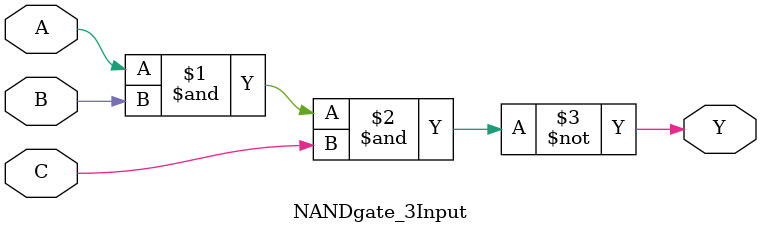
<source format=v>
`timescale 1ns / 1ps
module NANDgate_3Input(
    input A,
    input B,
    input C,
    output Y
    );

assign Y= ~(A & B & C);
endmodule

</source>
